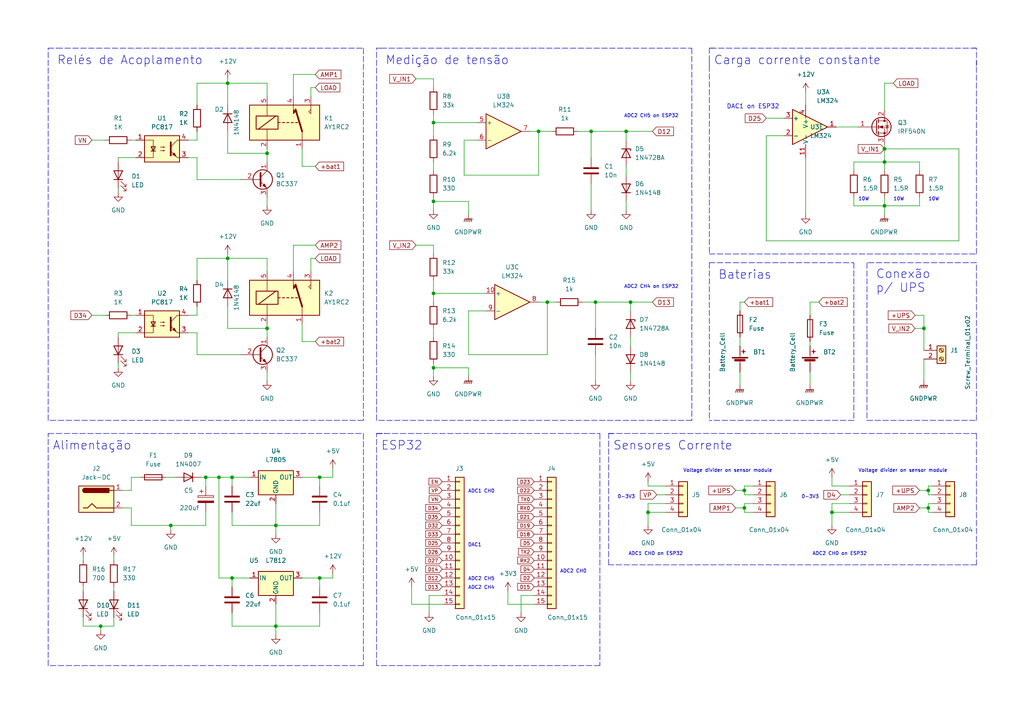
<source format=kicad_sch>
(kicad_sch (version 20211123) (generator eeschema)
  (paper "A4")
  (title_block (title "Battery_Tester") (date "2022-05-26") (rev "01") (company "Author: Leonardo J. R. Baptistella") (comment 1 "Hardware para determinação do  SOC e SOH de bateria chumbo-ácido") (comment 2 "Trabalho de Conclusão de Curso"))
  (junction (at 267.97 95.25))
  (junction (at 49.53 152.4))
  (junction (at 156.21 38.1))
  (junction (at 269.24 142.24))
  (junction (at 215.9 147.32))
  (junction (at 158.75 87.63))
  (junction (at 59.69 138.43))
  (junction (at 181.61 38.1))
  (junction (at 215.9 142.24))
  (junction (at 92.71 138.43))
  (junction (at 187.96 148.59))
  (junction (at 256.54 46.99))
  (junction (at 256.54 43.18))
  (junction (at 269.24 147.32))
  (junction (at 66.04 74.93))
  (junction (at 125.73 85.09))
  (junction (at 256.54 59.69))
  (junction (at 172.72 87.63))
  (junction (at 67.31 167.64))
  (junction (at 125.73 58.42))
  (junction (at 63.5 138.43))
  (junction (at 66.04 24.13))
  (junction (at 241.3 148.59))
  (junction (at 77.47 95.25))
  (junction (at 77.47 44.45))
  (junction (at 125.73 35.56))
  (junction (at 182.88 87.63))
  (junction (at 92.71 167.64))
  (junction (at 80.01 152.4))
  (junction (at 29.21 181.61))
  (junction (at 125.73 106.68))
  (junction (at 67.31 138.43))
  (junction (at 80.01 181.61))
  (junction (at 171.45 38.1))
  (wire (pts (xy 266.7 49.53) (xy 266.7 46.99)))
  (wire (pts (xy 187.96 146.05) (xy 193.04 146.05)))
  (wire (pts (xy 67.31 138.43) (xy 67.31 140.97)))
  (polyline (pts (xy 283.21 163.83) (xy 176.53 163.83)))
  (wire (pts (xy 256.54 46.99) (xy 256.54 49.53)))
  (wire (pts (xy 227.33 39.37) (xy 222.25 39.37)))
  (wire (pts (xy 181.61 48.26) (xy 181.61 50.8)))
  (wire (pts (xy 58.42 138.43) (xy 59.69 138.43)))
  (wire (pts (xy 26.67 40.64) (xy 30.48 40.64)))
  (wire (pts (xy 135.89 102.87) (xy 158.75 102.87)))
  (wire (pts (xy 120.65 71.12) (xy 125.73 71.12)))
  (wire (pts (xy 67.31 138.43) (xy 72.39 138.43)))
  (wire (pts (xy 119.38 170.18) (xy 119.38 175.26)))
  (wire (pts (xy 77.47 57.15) (xy 77.47 59.69)))
  (polyline (pts (xy 109.22 125.73) (xy 173.99 125.73)))
  (wire (pts (xy 66.04 95.25) (xy 77.47 95.25)))
  (wire (pts (xy 187.96 152.4) (xy 187.96 148.59)))
  (wire (pts (xy 125.73 71.12) (xy 125.73 73.66)))
  (wire (pts (xy 96.52 138.43) (xy 92.71 138.43)))
  (polyline (pts (xy 283.21 13.97) (xy 205.74 13.97)))
  (wire (pts (xy 34.29 45.72) (xy 39.37 45.72)))
  (polyline (pts (xy 173.99 193.04) (xy 109.22 193.04)))
  (wire (pts (xy 96.52 166.37) (xy 96.52 167.64)))
  (wire (pts (xy 215.9 140.97) (xy 218.44 140.97)))
  (wire (pts (xy 267.97 95.25) (xy 267.97 101.6)))
  (wire (pts (xy 181.61 58.42) (xy 181.61 60.96)))
  (wire (pts (xy 267.97 91.44) (xy 267.97 95.25)))
  (wire (pts (xy 85.09 78.74) (xy 85.09 71.12)))
  (polyline (pts (xy 109.22 121.92) (xy 109.22 13.97)))
  (wire (pts (xy 92.71 177.8) (xy 92.71 181.61)))
  (wire (pts (xy 24.13 181.61) (xy 29.21 181.61)))
  (wire (pts (xy 125.73 46.99) (xy 125.73 49.53)))
  (wire (pts (xy 156.21 87.63) (xy 158.75 87.63)))
  (wire (pts (xy 222.25 34.29) (xy 227.33 34.29)))
  (wire (pts (xy 267.97 104.14) (xy 267.97 110.49)))
  (wire (pts (xy 90.17 74.93) (xy 91.44 74.93)))
  (wire (pts (xy 215.9 148.59) (xy 215.9 147.32)))
  (wire (pts (xy 247.65 57.15) (xy 247.65 59.69)))
  (polyline (pts (xy 110.49 13.97) (xy 200.66 13.97)))
  (wire (pts (xy 233.68 45.72) (xy 233.68 62.23)))
  (wire (pts (xy 241.3 146.05) (xy 246.38 146.05)))
  (wire (pts (xy 48.26 138.43) (xy 50.8 138.43)))
  (wire (pts (xy 85.09 71.12) (xy 91.44 71.12)))
  (wire (pts (xy 266.7 57.15) (xy 266.7 59.69)))
  (wire (pts (xy 125.73 35.56) (xy 138.43 35.56)))
  (wire (pts (xy 168.91 87.63) (xy 172.72 87.63)))
  (polyline (pts (xy 176.53 125.73) (xy 177.8 125.73)))
  (wire (pts (xy 171.45 38.1) (xy 181.61 38.1)))
  (polyline (pts (xy 13.97 125.73) (xy 105.41 125.73)))
  (wire (pts (xy 67.31 177.8) (xy 67.31 181.61)))
  (wire (pts (xy 77.47 74.93) (xy 66.04 74.93)))
  (polyline (pts (xy 105.41 121.92) (xy 13.97 121.92)))
  (wire (pts (xy 138.43 40.64) (xy 134.62 40.64)))
  (wire (pts (xy 140.97 90.17) (xy 135.89 90.17)))
  (wire (pts (xy 90.17 78.74) (xy 90.17 74.93)))
  (wire (pts (xy 67.31 167.64) (xy 67.31 170.18)))
  (wire (pts (xy 187.96 148.59) (xy 187.96 146.05)))
  (wire (pts (xy 57.15 52.07) (xy 69.85 52.07)))
  (wire (pts (xy 171.45 53.34) (xy 171.45 60.96)))
  (wire (pts (xy 87.63 99.06) (xy 91.44 99.06)))
  (wire (pts (xy 215.9 147.32) (xy 215.9 146.05)))
  (wire (pts (xy 187.96 139.7) (xy 187.96 140.97)))
  (polyline (pts (xy 105.41 193.04) (xy 13.97 193.04)))
  (wire (pts (xy 234.95 91.44) (xy 234.95 87.63)))
  (wire (pts (xy 34.29 96.52) (xy 39.37 96.52)))
  (wire (pts (xy 182.88 87.63) (xy 189.23 87.63)))
  (wire (pts (xy 151.13 172.72) (xy 151.13 177.8)))
  (wire (pts (xy 90.17 25.4) (xy 91.44 25.4)))
  (wire (pts (xy 66.04 88.9) (xy 66.04 95.25)))
  (wire (pts (xy 134.62 50.8) (xy 156.21 50.8)))
  (polyline (pts (xy 205.74 76.2) (xy 247.65 76.2)))
  (polyline (pts (xy 283.21 121.92) (xy 283.21 76.2)))
  (polyline (pts (xy 176.53 163.83) (xy 176.53 125.73)))
  (wire (pts (xy 218.44 148.59) (xy 215.9 148.59)))
  (wire (pts (xy 77.47 43.18) (xy 77.47 44.45)))
  (polyline (pts (xy 283.21 125.73) (xy 283.21 163.83)))
  (wire (pts (xy 80.01 181.61) (xy 92.71 181.61)))
  (polyline (pts (xy 200.66 13.97) (xy 200.66 121.92)))
  (wire (pts (xy 256.54 31.75) (xy 256.54 24.13)))
  (wire (pts (xy 269.24 143.51) (xy 269.24 142.24)))
  (wire (pts (xy 26.67 91.44) (xy 30.48 91.44)))
  (wire (pts (xy 125.73 57.15) (xy 125.73 58.42)))
  (wire (pts (xy 182.88 87.63) (xy 182.88 90.17)))
  (wire (pts (xy 153.67 38.1) (xy 156.21 38.1)))
  (wire (pts (xy 63.5 138.43) (xy 63.5 167.64)))
  (wire (pts (xy 77.47 24.13) (xy 66.04 24.13)))
  (wire (pts (xy 66.04 38.1) (xy 66.04 44.45)))
  (wire (pts (xy 269.24 140.97) (xy 270.51 140.97)))
  (polyline (pts (xy 283.21 76.2) (xy 251.46 76.2)))
  (wire (pts (xy 96.52 135.89) (xy 96.52 138.43)))
  (wire (pts (xy 80.01 152.4) (xy 92.71 152.4)))
  (wire (pts (xy 57.15 38.1) (xy 57.15 40.64)))
  (wire (pts (xy 49.53 152.4) (xy 59.69 152.4)))
  (polyline (pts (xy 205.74 17.78) (xy 205.74 19.05)))
  (wire (pts (xy 77.47 44.45) (xy 77.47 46.99)))
  (wire (pts (xy 87.63 93.98) (xy 87.63 99.06)))
  (wire (pts (xy 256.54 43.18) (xy 256.54 41.91)))
  (wire (pts (xy 158.75 87.63) (xy 161.29 87.63)))
  (wire (pts (xy 49.53 152.4) (xy 49.53 153.67)))
  (wire (pts (xy 34.29 105.41) (xy 34.29 106.68)))
  (wire (pts (xy 167.64 38.1) (xy 171.45 38.1)))
  (polyline (pts (xy 105.41 125.73) (xy 105.41 193.04)))
  (wire (pts (xy 85.09 27.94) (xy 85.09 21.59)))
  (wire (pts (xy 135.89 109.22) (xy 135.89 106.68)))
  (wire (pts (xy 67.31 152.4) (xy 80.01 152.4)))
  (wire (pts (xy 34.29 54.61) (xy 34.29 55.88)))
  (wire (pts (xy 125.73 105.41) (xy 125.73 106.68)))
  (wire (pts (xy 125.73 35.56) (xy 125.73 39.37)))
  (wire (pts (xy 66.04 74.93) (xy 66.04 81.28)))
  (polyline (pts (xy 283.21 13.97) (xy 281.94 13.97)))
  (wire (pts (xy 125.73 95.25) (xy 125.73 97.79)))
  (wire (pts (xy 92.71 167.64) (xy 96.52 167.64)))
  (wire (pts (xy 213.36 142.24) (xy 215.9 142.24)))
  (wire (pts (xy 270.51 148.59) (xy 269.24 148.59)))
  (wire (pts (xy 57.15 30.48) (xy 57.15 24.13)))
  (wire (pts (xy 87.63 48.26) (xy 87.63 43.18)))
  (polyline (pts (xy 109.22 125.73) (xy 111.76 125.73)))
  (wire (pts (xy 35.56 142.24) (xy 38.1 142.24)))
  (wire (pts (xy 181.61 38.1) (xy 181.61 40.64)))
  (wire (pts (xy 214.63 97.79) (xy 214.63 100.33)))
  (wire (pts (xy 57.15 74.93) (xy 66.04 74.93)))
  (polyline (pts (xy 251.46 76.2) (xy 251.46 121.92)))
  (polyline (pts (xy 247.65 76.2) (xy 247.65 121.92)))
  (wire (pts (xy 87.63 138.43) (xy 92.71 138.43)))
  (wire (pts (xy 147.32 175.26) (xy 154.94 175.26)))
  (wire (pts (xy 80.01 152.4) (xy 80.01 154.94)))
  (wire (pts (xy 91.44 48.26) (xy 87.63 48.26)))
  (wire (pts (xy 33.02 161.29) (xy 33.02 162.56)))
  (wire (pts (xy 120.65 22.86) (xy 125.73 22.86)))
  (wire (pts (xy 80.01 181.61) (xy 80.01 184.15)))
  (wire (pts (xy 124.46 172.72) (xy 128.27 172.72)))
  (wire (pts (xy 38.1 40.64) (xy 39.37 40.64)))
  (wire (pts (xy 215.9 142.24) (xy 215.9 140.97)))
  (wire (pts (xy 156.21 50.8) (xy 156.21 38.1)))
  (polyline (pts (xy 16.51 13.97) (xy 105.41 13.97)))
  (polyline (pts (xy 247.65 121.92) (xy 205.74 121.92)))
  (wire (pts (xy 57.15 81.28) (xy 57.15 74.93)))
  (wire (pts (xy 57.15 102.87) (xy 69.85 102.87)))
  (polyline (pts (xy 173.99 125.73) (xy 173.99 193.04)))
  (wire (pts (xy 77.47 95.25) (xy 77.47 97.79)))
  (wire (pts (xy 33.02 170.18) (xy 33.02 171.45)))
  (wire (pts (xy 63.5 167.64) (xy 67.31 167.64)))
  (polyline (pts (xy 205.74 73.66) (xy 283.21 73.66)))
  (polyline (pts (xy 283.21 73.66) (xy 283.21 17.78)))
  (wire (pts (xy 57.15 88.9) (xy 57.15 91.44)))
  (polyline (pts (xy 205.74 17.78) (xy 205.74 13.97)))
  (wire (pts (xy 125.73 22.86) (xy 125.73 25.4)))
  (wire (pts (xy 256.54 43.18) (xy 256.54 46.99)))
  (wire (pts (xy 266.7 59.69) (xy 256.54 59.69)))
  (wire (pts (xy 156.21 38.1) (xy 160.02 38.1)))
  (wire (pts (xy 278.13 43.18) (xy 256.54 43.18)))
  (wire (pts (xy 171.45 38.1) (xy 171.45 45.72)))
  (wire (pts (xy 33.02 179.07) (xy 33.02 181.61)))
  (wire (pts (xy 38.1 152.4) (xy 49.53 152.4)))
  (wire (pts (xy 218.44 143.51) (xy 215.9 143.51)))
  (wire (pts (xy 125.73 106.68) (xy 125.73 109.22)))
  (wire (pts (xy 66.04 22.86) (xy 66.04 24.13)))
  (wire (pts (xy 125.73 58.42) (xy 135.89 58.42)))
  (wire (pts (xy 214.63 87.63) (xy 215.9 87.63)))
  (polyline (pts (xy 283.21 19.05) (xy 283.21 13.97)))
  (wire (pts (xy 34.29 97.79) (xy 34.29 96.52)))
  (wire (pts (xy 92.71 152.4) (xy 92.71 148.59)))
  (wire (pts (xy 124.46 172.72) (xy 124.46 177.8)))
  (wire (pts (xy 187.96 140.97) (xy 193.04 140.97)))
  (polyline (pts (xy 205.74 19.05) (xy 205.74 73.66)))
  (wire (pts (xy 215.9 146.05) (xy 218.44 146.05)))
  (wire (pts (xy 270.51 143.51) (xy 269.24 143.51)))
  (wire (pts (xy 214.63 107.95) (xy 214.63 111.76)))
  (wire (pts (xy 125.73 81.28) (xy 125.73 85.09)))
  (wire (pts (xy 241.3 152.4) (xy 241.3 148.59)))
  (wire (pts (xy 66.04 73.66) (xy 66.04 74.93)))
  (wire (pts (xy 125.73 85.09) (xy 125.73 87.63)))
  (wire (pts (xy 269.24 148.59) (xy 269.24 147.32)))
  (wire (pts (xy 265.43 91.44) (xy 267.97 91.44)))
  (polyline (pts (xy 205.74 13.97) (xy 207.01 13.97)))
  (polyline (pts (xy 109.22 13.97) (xy 110.49 13.97)))
  (wire (pts (xy 134.62 40.64) (xy 134.62 50.8)))
  (wire (pts (xy 234.95 99.06) (xy 234.95 100.33)))
  (polyline (pts (xy 105.41 13.97) (xy 105.41 121.92)))
  (wire (pts (xy 222.25 69.85) (xy 278.13 69.85)))
  (wire (pts (xy 67.31 167.64) (xy 72.39 167.64)))
  (wire (pts (xy 87.63 167.64) (xy 92.71 167.64)))
  (wire (pts (xy 80.01 146.05) (xy 80.01 152.4)))
  (wire (pts (xy 85.09 21.59) (xy 91.44 21.59)))
  (wire (pts (xy 247.65 49.53) (xy 247.65 46.99)))
  (wire (pts (xy 135.89 90.17) (xy 135.89 102.87)))
  (polyline (pts (xy 205.74 76.2) (xy 205.74 121.92)))
  (wire (pts (xy 278.13 69.85) (xy 278.13 43.18)))
  (wire (pts (xy 182.88 107.95) (xy 182.88 110.49)))
  (wire (pts (xy 77.47 78.74) (xy 77.47 74.93)))
  (wire (pts (xy 57.15 45.72) (xy 57.15 52.07)))
  (wire (pts (xy 158.75 87.63) (xy 158.75 102.87)))
  (wire (pts (xy 242.57 36.83) (xy 248.92 36.83)))
  (wire (pts (xy 269.24 146.05) (xy 270.51 146.05)))
  (wire (pts (xy 266.7 142.24) (xy 269.24 142.24)))
  (wire (pts (xy 241.3 148.59) (xy 241.3 146.05)))
  (wire (pts (xy 190.5 143.51) (xy 193.04 143.51)))
  (wire (pts (xy 67.31 181.61) (xy 80.01 181.61)))
  (wire (pts (xy 67.31 148.59) (xy 67.31 152.4)))
  (wire (pts (xy 181.61 38.1) (xy 189.23 38.1)))
  (polyline (pts (xy 13.97 121.92) (xy 13.97 13.97)))
  (wire (pts (xy 135.89 106.68) (xy 125.73 106.68)))
  (wire (pts (xy 187.96 148.59) (xy 193.04 148.59)))
  (wire (pts (xy 172.72 102.87) (xy 172.72 110.49)))
  (wire (pts (xy 66.04 44.45) (xy 77.47 44.45)))
  (wire (pts (xy 182.88 97.79) (xy 182.88 100.33)))
  (wire (pts (xy 266.7 147.32) (xy 269.24 147.32)))
  (wire (pts (xy 172.72 87.63) (xy 182.88 87.63)))
  (wire (pts (xy 57.15 24.13) (xy 66.04 24.13)))
  (wire (pts (xy 213.36 147.32) (xy 215.9 147.32)))
  (wire (pts (xy 119.38 175.26) (xy 128.27 175.26)))
  (wire (pts (xy 234.95 107.95) (xy 234.95 111.76)))
  (wire (pts (xy 59.69 138.43) (xy 63.5 138.43)))
  (wire (pts (xy 247.65 59.69) (xy 256.54 59.69)))
  (wire (pts (xy 256.54 59.69) (xy 256.54 62.23)))
  (wire (pts (xy 54.61 45.72) (xy 57.15 45.72)))
  (wire (pts (xy 24.13 179.07) (xy 24.13 181.61)))
  (wire (pts (xy 77.47 27.94) (xy 77.47 24.13)))
  (wire (pts (xy 80.01 181.61) (xy 80.01 175.26)))
  (wire (pts (xy 172.72 87.63) (xy 172.72 95.25)))
  (wire (pts (xy 241.3 140.97) (xy 246.38 140.97)))
  (wire (pts (xy 34.29 46.99) (xy 34.29 45.72)))
  (polyline (pts (xy 13.97 193.04) (xy 13.97 125.73)))
  (wire (pts (xy 35.56 147.32) (xy 38.1 147.32)))
  (wire (pts (xy 256.54 57.15) (xy 256.54 59.69)))
  (wire (pts (xy 90.17 27.94) (xy 90.17 25.4)))
  (wire (pts (xy 77.47 107.95) (xy 77.47 110.49)))
  (wire (pts (xy 38.1 147.32) (xy 38.1 152.4)))
  (wire (pts (xy 125.73 85.09) (xy 140.97 85.09)))
  (wire (pts (xy 151.13 172.72) (xy 154.94 172.72)))
  (wire (pts (xy 54.61 40.64) (xy 57.15 40.64)))
  (wire (pts (xy 54.61 91.44) (xy 57.15 91.44)))
  (wire (pts (xy 33.02 181.61) (xy 29.21 181.61)))
  (wire (pts (xy 63.5 138.43) (xy 67.31 138.43)))
  (wire (pts (xy 222.25 39.37) (xy 222.25 69.85)))
  (wire (pts (xy 135.89 62.23) (xy 135.89 58.42)))
  (wire (pts (xy 269.24 147.32) (xy 269.24 146.05)))
  (wire (pts (xy 147.32 171.45) (xy 147.32 175.26)))
  (wire (pts (xy 38.1 91.44) (xy 39.37 91.44)))
  (wire (pts (xy 125.73 58.42) (xy 125.73 60.96)))
  (polyline (pts (xy 200.66 121.92) (xy 109.22 121.92)))
  (wire (pts (xy 215.9 143.51) (xy 215.9 142.24)))
  (wire (pts (xy 256.54 24.13) (xy 259.08 24.13)))
  (wire (pts (xy 214.63 90.17) (xy 214.63 87.63)))
  (wire (pts (xy 29.21 181.61) (xy 29.21 182.88)))
  (wire (pts (xy 241.3 148.59) (xy 246.38 148.59)))
  (wire (pts (xy 269.24 142.24) (xy 269.24 140.97)))
  (wire (pts (xy 54.61 96.52) (xy 57.15 96.52)))
  (wire (pts (xy 247.65 46.99) (xy 256.54 46.99)))
  (wire (pts (xy 256.54 46.99) (xy 266.7 46.99)))
  (wire (pts (xy 92.71 138.43) (xy 92.71 140.97)))
  (wire (pts (xy 233.68 26.67) (xy 233.68 30.48)))
  (wire (pts (xy 57.15 96.52) (xy 57.15 102.87)))
  (wire (pts (xy 125.73 33.02) (xy 125.73 35.56)))
  (polyline (pts (xy 176.53 125.73) (xy 283.21 125.73)))
  (wire (pts (xy 38.1 138.43) (xy 40.64 138.43)))
  (polyline (pts (xy 13.97 13.97) (xy 16.51 13.97)))
  (wire (pts (xy 38.1 142.24) (xy 38.1 138.43)))
  (wire (pts (xy 59.69 148.59) (xy 59.69 152.4)))
  (wire (pts (xy 265.43 95.25) (xy 267.97 95.25)))
  (wire (pts (xy 243.84 143.51) (xy 246.38 143.51)))
  (wire (pts (xy 24.13 170.18) (xy 24.13 171.45)))
  (wire (pts (xy 92.71 170.18) (xy 92.71 167.64)))
  (wire (pts (xy 241.3 138.43) (xy 241.3 140.97)))
  (polyline (pts (xy 251.46 121.92) (xy 283.21 121.92)))
  (wire (pts (xy 66.04 24.13) (xy 66.04 30.48)))
  (wire (pts (xy 77.47 93.98) (xy 77.47 95.25)))
  (wire (pts (xy 24.13 161.29) (xy 24.13 162.56)))
  (wire (pts (xy 59.69 138.43) (xy 59.69 140.97)))
  (wire (pts (xy 234.95 87.63) (xy 237.49 87.63)))
  (polyline (pts (xy 109.22 193.04) (xy 109.22 125.73)))
  (text "Carga corrente constante" (at 207.01 19.05 0) (effects (font (size 2.5 2.5)) (justify left bottom)))
  (text "Voltage divider on sensor module" (at 248.92 137.16 0) (effects (font (size 1 1)) (justify left bottom)))
  (text "Alimentação" (at 15.24 130.81 0) (effects (font (size 2.5 2.5)) (justify left bottom)))
  (text "ADC2 CH5 on ESP32\n" (at 196.85 34.29 180) (effects (font (size 1 1)) (justify right bottom)))
  (text "Medição de tensão\n" (at 111.76 19.05 0) (effects (font (size 2.5 2.5)) (justify left bottom)))
  (text "ADC2 CH0\n" (at 170.18 166.37 180) (effects (font (size 1 1)) (justify right bottom)))
  (text "ADC1 CH0 on ESP32\n" (at 198.12 161.29 180) (effects (font (size 1 1)) (justify right bottom)))
  (text "Baterias" (at 208.28 81.28 0) (effects (font (size 2.5 2.5)) (justify left bottom)))
  (text "Sensores Corrente\n" (at 177.8 130.81 0) (effects (font (size 2.5 2.5)) (justify left bottom)))
  (text "Voltage divider on sensor module" (at 198.12 137.16 0) (effects (font (size 1 1)) (justify left bottom)))
  (text "10W\n" (at 248.92 58.42 0) (effects (font (size 1 1)) (justify left bottom)))
  (text "DAC1 on ESP32\n" (at 226.06 31.75 180) (effects (font (size 1.27 1.27)) (justify right bottom)))
  (text "ADC1 CH0\n\n" (at 143.51 144.78 180) (effects (font (size 1 1)) (justify right bottom)))
  (text "ESP32\n" (at 110.49 130.81 0) (effects (font (size 2.5 2.5)) (justify left bottom)))
  (text "ADC2 CH4\n\n" (at 143.51 172.72 180) (effects (font (size 1 1)) (justify right bottom)))
  (text "Conexão\np/ UPS" (at 254 85.09 0) (effects (font (size 2.5 2.5)) (justify left bottom)))
  (text "10W\n" (at 259.08 58.42 0) (effects (font (size 1 1)) (justify left bottom)))
  (text "10W\n" (at 269.24 58.42 0) (effects (font (size 1 1)) (justify left bottom)))
  (text "Relés de Acoplamento\n" (at 16.51 19.05 0) (effects (font (size 2.5 2.5)) (justify left bottom)))
  (text "0-3V3" (at 179.07 144.78 0) (effects (font (size 1 1)) (justify left bottom)))
  (text "ADC2 CH4 on ESP32\n" (at 196.85 83.82 180) (effects (font (size 1 1)) (justify right bottom)))
  (text "0-3V3" (at 232.41 144.78 0) (effects (font (size 1 1)) (justify left bottom)))
  (text "ADC2 CH0 on ESP32\n" (at 251.46 161.29 180) (effects (font (size 1 1)) (justify right bottom)))
  (text "DAC1\n" (at 139.7 158.75 180) (effects (font (size 1 1)) (justify right bottom)))
  (text "ADC2 CH5\n\n" (at 143.51 170.18 180) (effects (font (size 1 1)) (justify right bottom)))
  (global_label "D27" (shape input) (at 128.27 162.56 180) (effects (font (size 1 1))) (property "Intersheet References" "${INTERSHEET_REFS}" (effects hide)))
  (global_label "D22" (shape input) (at 154.94 142.24 180) (effects (font (size 1 1))) (property "Intersheet References" "${INTERSHEET_REFS}" (effects hide)))
  (global_label "RX2" (shape input) (at 154.94 162.56 180) (effects (font (size 1 1))) (property "Intersheet References" "${INTERSHEET_REFS}" (effects hide)))
  (global_label "D25" (shape input) (at 222.25 34.29 180) (property "Intersheet References" "${INTERSHEET_REFS}" (effects hide)))
  (global_label "VP" (shape input) (at 190.5 143.51 180) (property "Intersheet References" "${INTERSHEET_REFS}" (effects hide)))
  (global_label "LOAD" (shape input) (at 91.44 25.4 0) (property "Intersheet References" "${INTERSHEET_REFS}" (effects hide)))
  (global_label "LOAD" (shape input) (at 91.44 74.93 0) (property "Intersheet References" "${INTERSHEET_REFS}" (effects hide)))
  (global_label "D19" (shape input) (at 154.94 152.4 180) (effects (font (size 1 1))) (property "Intersheet References" "${INTERSHEET_REFS}" (effects hide)))
  (global_label "V_IN2" (shape input) (at 120.65 71.12 180) (property "Intersheet References" "${INTERSHEET_REFS}" (effects hide)))
  (global_label "D14" (shape input) (at 128.27 165.1 180) (effects (font (size 1 1))) (property "Intersheet References" "${INTERSHEET_REFS}" (effects hide)))
  (global_label "D18" (shape input) (at 154.94 154.94 180) (effects (font (size 1 1))) (property "Intersheet References" "${INTERSHEET_REFS}" (effects hide)))
  (global_label "D33" (shape input) (at 128.27 154.94 180) (effects (font (size 1 1))) (property "Intersheet References" "${INTERSHEET_REFS}" (effects hide)))
  (global_label "D34" (shape input) (at 26.67 91.44 180) (property "Intersheet References" "${INTERSHEET_REFS}" (effects hide)))
  (global_label "VN" (shape input) (at 26.67 40.64 180) (property "Intersheet References" "${INTERSHEET_REFS}" (effects hide)))
  (global_label "V_IN1" (shape input) (at 120.65 22.86 180) (property "Intersheet References" "${INTERSHEET_REFS}" (effects hide)))
  (global_label "D4" (shape input) (at 154.94 165.1 180) (effects (font (size 1 1))) (property "Intersheet References" "${INTERSHEET_REFS}" (effects hide)))
  (global_label "AMP1" (shape input) (at 91.44 21.59 0) (property "Intersheet References" "${INTERSHEET_REFS}" (effects hide)))
  (global_label "+UPS" (shape input) (at 213.36 142.24 180) (property "Intersheet References" "${INTERSHEET_REFS}" (effects hide)))
  (global_label "+UPS" (shape input) (at 266.7 142.24 180) (property "Intersheet References" "${INTERSHEET_REFS}" (effects hide)))
  (global_label "D13" (shape input) (at 128.27 170.18 180) (effects (font (size 1 1))) (property "Intersheet References" "${INTERSHEET_REFS}" (effects hide)))
  (global_label "V_IN2" (shape input) (at 265.43 95.25 180) (property "Intersheet References" "${INTERSHEET_REFS}" (effects hide)))
  (global_label "VP" (shape input) (at 128.27 142.24 180) (effects (font (size 1 1))) (property "Intersheet References" "${INTERSHEET_REFS}" (effects hide)))
  (global_label "RX0" (shape input) (at 154.94 147.32 180) (effects (font (size 1 1))) (property "Intersheet References" "${INTERSHEET_REFS}" (effects hide)))
  (global_label "AMP1" (shape input) (at 213.36 147.32 180) (property "Intersheet References" "${INTERSHEET_REFS}" (effects hide)))
  (global_label "D13" (shape input) (at 189.23 87.63 0) (property "Intersheet References" "${INTERSHEET_REFS}" (effects hide)))
  (global_label "D12" (shape input) (at 189.23 38.1 0) (property "Intersheet References" "${INTERSHEET_REFS}" (effects hide)))
  (global_label "D23" (shape input) (at 154.94 139.7 180) (effects (font (size 1 1))) (property "Intersheet References" "${INTERSHEET_REFS}" (effects hide)))
  (global_label "V_IN1" (shape input) (at 256.54 43.18 180) (property "Intersheet References" "${INTERSHEET_REFS}" (effects hide)))
  (global_label "TX2" (shape input) (at 154.94 160.02 180) (effects (font (size 1 1))) (property "Intersheet References" "${INTERSHEET_REFS}" (effects hide)))
  (global_label "LOAD" (shape input) (at 259.08 24.13 0) (property "Intersheet References" "${INTERSHEET_REFS}" (effects hide)))
  (global_label "+bat2" (shape input) (at 237.49 87.63 0) (property "Intersheet References" "${INTERSHEET_REFS}" (effects hide)))
  (global_label "D32" (shape input) (at 128.27 152.4 180) (effects (font (size 1 1))) (property "Intersheet References" "${INTERSHEET_REFS}" (effects hide)))
  (global_label "D25" (shape input) (at 128.27 157.48 180) (effects (font (size 1 1))) (property "Intersheet References" "${INTERSHEET_REFS}" (effects hide)))
  (global_label "D15" (shape input) (at 154.94 170.18 180) (effects (font (size 1 1))) (property "Intersheet References" "${INTERSHEET_REFS}" (effects hide)))
  (global_label "D21" (shape input) (at 154.94 149.86 180) (effects (font (size 1 1))) (property "Intersheet References" "${INTERSHEET_REFS}" (effects hide)))
  (global_label "+bat1" (shape input) (at 91.44 48.26 0) (property "Intersheet References" "${INTERSHEET_REFS}" (effects hide)))
  (global_label "+bat2" (shape input) (at 91.44 99.06 0) (property "Intersheet References" "${INTERSHEET_REFS}" (effects hide)))
  (global_label "D4" (shape input) (at 243.84 143.51 180) (property "Intersheet References" "${INTERSHEET_REFS}" (effects hide)))
  (global_label "VN" (shape input) (at 128.27 144.78 180) (effects (font (size 1 1))) (property "Intersheet References" "${INTERSHEET_REFS}" (effects hide)))
  (global_label "D34" (shape input) (at 128.27 147.32 180) (effects (font (size 1 1))) (property "Intersheet References" "${INTERSHEET_REFS}" (effects hide)))
  (global_label "D12" (shape input) (at 128.27 167.64 180) (effects (font (size 1 1))) (property "Intersheet References" "${INTERSHEET_REFS}" (effects hide)))
  (global_label "D2" (shape input) (at 154.94 167.64 180) (effects (font (size 1 1))) (property "Intersheet References" "${INTERSHEET_REFS}" (effects hide)))
  (global_label "D26" (shape input) (at 128.27 160.02 180) (effects (font (size 1 1))) (property "Intersheet References" "${INTERSHEET_REFS}" (effects hide)))
  (global_label "D5" (shape input) (at 154.94 157.48 180) (effects (font (size 1 1))) (property "Intersheet References" "${INTERSHEET_REFS}" (effects hide)))
  (global_label "AMP2" (shape input) (at 266.7 147.32 180) (property "Intersheet References" "${INTERSHEET_REFS}" (effects hide)))
  (global_label "D35" (shape input) (at 128.27 149.86 180) (effects (font (size 1 1))) (property "Intersheet References" "${INTERSHEET_REFS}" (effects hide)))
  (global_label "+UPS" (shape input) (at 265.43 91.44 180) (property "Intersheet References" "${INTERSHEET_REFS}" (effects hide)))
  (global_label "AMP2" (shape input) (at 91.44 71.12 0) (property "Intersheet References" "${INTERSHEET_REFS}" (effects hide)))
  (global_label "TX0" (shape input) (at 154.94 144.78 180) (effects (font (size 1 1))) (property "Intersheet References" "${INTERSHEET_REFS}" (effects hide)))
  (global_label "EN" (shape input) (at 128.27 139.7 180) (effects (font (size 1 1))) (property "Intersheet References" "${INTERSHEET_REFS}" (effects hide)))
  (global_label "+bat1" (shape input) (at 215.9 87.63 0) (property "Intersheet References" "${INTERSHEET_REFS}" (effects hide)))
  (symbol (lib_id "Device:C") (at 67.31 144.78 0) (unit 1)
    (property "Reference" "C3" (at 71.12 143.5099 0) (effects (justify left)))
    (property "Value" "22uf" (at 71.12 146.0499 0) (effects (justify left)))
    (property "Footprint" "Capacitor_THT:C_Disc_D4.3mm_W1.9mm_P5.00mm" (effects hide))
  )
  (symbol (lib_id "Diode:1N47xxA") (at 182.88 93.98 270) (unit 1)
    (property "Reference" "D7" (at 185.42 92.7099 90) (effects (justify left)))
    (property "Value" "1N4728A" (at 185.42 95.2499 90) (effects (justify left)))
    (property "Footprint" "Diode_THT:D_DO-41_SOD81_P10.16mm_Horizontal" (effects hide))
    (property "Datasheet" "https://www.vishay.com/docs/85816/1n4728a.pdf" (effects hide))
  )
  (symbol (lib_id "Isolator:PC817") (at 46.99 93.98 0) (unit 1)
    (property "Reference" "U2" (at 46.99 85.09 0))
    (property "Value" "PC817" (at 46.99 87.63 0))
    (property "Footprint" "Package_DIP:DIP-4_W7.62mm" (effects hide))
    (property "Datasheet" "http://www.soselectronic.cz/a_info/resource/d/pc817.pdf" (effects hide))
  )
  (symbol (lib_id "Transistor_FET:IRF540N") (at 254 36.83 0) (unit 1)
    (property "Reference" "Q3" (at 260.35 35.5599 0) (effects (justify left)))
    (property "Value" "IRF540N" (at 260.35 38.0999 0) (effects (justify left)))
    (property "Footprint" "Package_TO_SOT_THT:TO-220-3_Vertical" (effects hide))
    (property "Datasheet" "http://www.irf.com/product-info/datasheets/data/irf540n.pdf" (effects hide))
  )
  (symbol (lib_id "Connector_Generic:Conn_01x15") (at 133.35 157.48 0) (unit 1)
    (property "Reference" "J3" (at 132.08 135.89 0) (effects (justify left)))
    (property "Value" "Conn_01x15" (at 132.08 179.07 0) (effects (justify left)))
    (property "Footprint" "Connector_PinHeader_2.54mm:PinHeader_1x15_P2.54mm_Vertical" (effects hide))
  )
  (symbol (lib_id "Device:R") (at 34.29 91.44 90) (unit 1)
    (property "Reference" "R3" (at 34.29 85.09 90))
    (property "Value" "1K" (at 34.29 87.63 90))
    (property "Footprint" "Resistor_THT:R_Axial_DIN0207_L6.3mm_D2.5mm_P7.62mm_Horizontal" (effects hide))
  )
  (symbol (lib_id "power:GNDPWR") (at 135.89 62.23 0) (unit 1)
    (property "Reference" "#PWR0113" (effects hide))
    (property "Value" "GNDPWR" (at 135.763 67.31 0))
  )
  (symbol (lib_id "Transistor_BJT:BC337") (at 74.93 52.07 0) (unit 1)
    (property "Reference" "Q1" (at 80.01 50.7999 0) (effects (justify left)))
    (property "Value" "BC337" (at 80.01 53.3399 0) (effects (justify left)))
    (property "Footprint" "Package_TO_SOT_THT:TO-92_Inline" (effects hide))
    (property "Datasheet" "https://diotec.com/tl_files/diotec/files/pdf/datasheets/bc337.pdf" (effects hide))
  )
  (symbol (lib_id "Connector_Generic:Conn_01x04") (at 223.52 143.51 0) (unit 1)
    (property "Reference" "J6" (at 226.06 143.5099 0) (effects (justify left)))
    (property "Value" "Conn_01x04" (at 217.17 153.67 0) (effects (justify left)))
    (property "Footprint" "Connector_PinHeader_2.54mm:PinHeader_1x04_P2.54mm_Vertical" (effects hide))
  )
  (symbol (lib_id "power:GND") (at 233.68 62.23 0) (unit 1)
    (property "Reference" "#PWR0103" (effects hide))
    (property "Value" "GND" (at 233.68 67.31 0))
  )
  (symbol (lib_id "Device:C") (at 92.71 144.78 0) (unit 1)
    (property "Reference" "C4" (at 96.52 143.5099 0) (effects (justify left)))
    (property "Value" "0.1uf" (at 96.52 146.0499 0) (effects (justify left)))
    (property "Footprint" "Capacitor_THT:C_Disc_D4.3mm_W1.9mm_P5.00mm" (effects hide))
  )
  (symbol (lib_id "Device:Fuse") (at 214.63 93.98 0) (unit 1)
    (property "Reference" "F2" (at 217.17 92.7099 0) (effects (justify left)))
    (property "Value" "Fuse" (at 217.17 95.2499 0) (effects (justify left)))
    (property "Footprint" "Fuse:Fuseholder_Cylinder-5x20mm_Stelvio-Kontek_PTF78_Horizontal_Open" (effects hide))
  )
  (symbol (lib_id "Device:C") (at 67.31 173.99 0) (unit 1)
    (property "Reference" "C6" (at 71.12 172.7199 0) (effects (justify left)))
    (property "Value" "22uf" (at 71.12 175.2599 0) (effects (justify left)))
    (property "Footprint" "Capacitor_THT:C_Disc_D4.3mm_W1.9mm_P5.00mm" (effects hide))
  )
  (symbol (lib_id "power:+12V") (at 66.04 22.86 0) (unit 1)
    (property "Reference" "#PWR0101" (effects hide))
    (property "Value" "+12V" (at 66.04 17.78 0))
  )
  (symbol (lib_id "Diode:1N4007") (at 54.61 138.43 180) (unit 1)
    (property "Reference" "D9" (at 54.61 132.08 0))
    (property "Value" "1N4007" (at 54.61 134.62 0))
    (property "Footprint" "Diode_THT:D_DO-41_SOD81_P10.16mm_Horizontal" (effects hide))
    (property "Datasheet" "http://www.vishay.com/docs/88503/1n4001.pdf" (effects hide))
  )
  (symbol (lib_id "power:GND") (at 181.61 60.96 0) (unit 1)
    (property "Reference" "#PWR08" (effects hide))
    (property "Value" "GND" (at 181.61 66.04 0))
  )
  (symbol (lib_id "Device:R") (at 125.73 29.21 0) (unit 1)
    (property "Reference" "R8" (at 128.27 27.9399 0) (effects (justify left)))
    (property "Value" "33k" (at 128.27 30.4799 0) (effects (justify left)))
    (property "Footprint" "Resistor_THT:R_Axial_DIN0207_L6.3mm_D2.5mm_P7.62mm_Horizontal" (effects hide))
  )
  (symbol (lib_id "power:GND") (at 151.13 177.8 0) (unit 1)
    (property "Reference" "#PWR0108" (effects hide))
    (property "Value" "GND" (at 151.13 182.88 0))
  )
  (symbol (lib_id "Connector:Screw_Terminal_01x02") (at 273.05 101.6 0) (unit 1)
    (property "Reference" "J1" (at 275.59 101.5999 0) (effects (justify left)))
    (property "Value" "Screw_Terminal_01x02" (at 280.67 113.03 90) (effects (justify left)))
    (property "Footprint" "TerminalBlock:TerminalBlock_Altech_AK300-2_P5.00mm" (effects hide))
  )
  (symbol (lib_id "Device:R") (at 125.73 101.6 0) (unit 1)
    (property "Reference" "R14" (at 128.27 100.3299 0) (effects (justify left)))
    (property "Value" "330" (at 128.27 102.8699 0) (effects (justify left)))
    (property "Footprint" "Resistor_THT:R_Axial_DIN0207_L6.3mm_D2.5mm_P7.62mm_Horizontal" (effects hide))
  )
  (symbol (lib_id "power:GND") (at 187.96 152.4 0) (unit 1)
    (property "Reference" "#PWR023" (effects hide))
    (property "Value" "GND" (at 187.96 157.48 0))
  )
  (symbol (lib_id "power:GND") (at 124.46 177.8 0) (unit 1)
    (property "Reference" "#PWR0105" (effects hide))
    (property "Value" "GND" (at 124.46 182.88 0))
  )
  (symbol (lib_id "power:+5V") (at 187.96 139.7 0) (unit 1)
    (property "Reference" "#PWR022" (effects hide))
    (property "Value" "+5V" (at 187.96 134.62 0))
  )
  (symbol (lib_id "Device:R") (at 163.83 38.1 90) (unit 1)
    (property "Reference" "R11" (at 163.83 31.75 90))
    (property "Value" "1k" (at 163.83 34.29 90))
    (property "Footprint" "Resistor_THT:R_Axial_DIN0207_L6.3mm_D2.5mm_P7.62mm_Horizontal" (effects hide))
  )
  (symbol (lib_id "power:GND") (at 80.01 154.94 0) (unit 1)
    (property "Reference" "#PWR012" (effects hide))
    (property "Value" "GND" (at 80.01 160.02 0))
  )
  (symbol (lib_id "Relay:SANYOU_SRD_Form_C") (at 82.55 86.36 0) (unit 1)
    (property "Reference" "K2" (at 93.98 85.0899 0) (effects (justify left)))
    (property "Value" "AY1RC2" (at 93.98 87.6299 0) (effects (justify left)))
    (property "Footprint" "Relay_THT:Relay_SPDT_SANYOU_SRD_Series_Form_C" (effects hide))
    (property "Datasheet" "http://www.sanyourelay.ca/public/products/pdf/SRD.pdf" (effects hide))
  )
  (symbol (lib_id "Diode:1N47xxA") (at 181.61 44.45 270) (unit 1)
    (property "Reference" "D5" (at 184.15 43.1799 90) (effects (justify left)))
    (property "Value" "1N4728A" (at 184.15 45.7199 90) (effects (justify left)))
    (property "Footprint" "Diode_THT:D_DO-41_SOD81_P10.16mm_Horizontal" (effects hide))
    (property "Datasheet" "https://www.vishay.com/docs/85816/1n4728a.pdf" (effects hide))
  )
  (symbol (lib_id "Device:R") (at 125.73 43.18 0) (unit 1)
    (property "Reference" "R9" (at 128.27 41.9099 0) (effects (justify left)))
    (property "Value" "6.2k" (at 128.27 44.4499 0) (effects (justify left)))
    (property "Footprint" "Resistor_THT:R_Axial_DIN0207_L6.3mm_D2.5mm_P7.62mm_Horizontal" (effects hide))
  )
  (symbol (lib_id "power:GND") (at 34.29 55.88 0) (unit 1)
    (property "Reference" "#PWR01" (effects hide))
    (property "Value" "GND" (at 34.29 60.96 0))
  )
  (symbol (lib_id "Device:C_Polarized") (at 59.69 144.78 0) (unit 1)
    (property "Reference" "C5" (at 53.34 142.24 0) (effects (justify left)))
    (property "Value" "220uf" (at 52.07 147.32 0) (effects (justify left)))
    (property "Footprint" "Capacitor_THT:CP_Radial_D8.0mm_P3.50mm" (effects hide))
  )
  (symbol (lib_id "power:+5V") (at 119.38 170.18 0) (unit 1)
    (property "Reference" "#PWR0106" (effects hide))
    (property "Value" "+5V" (at 119.38 165.1 0))
  )
  (symbol (lib_id "Device:LED") (at 24.13 175.26 90) (unit 1)
    (property "Reference" "D10" (at 27.94 175.5774 90) (effects (justify right)))
    (property "Value" "LED" (at 27.94 178.1174 90) (effects (justify right)))
    (property "Footprint" "LED_THT:LED_D3.0mm" (effects hide))
  )
  (symbol (lib_id "power:GNDPWR") (at 214.63 111.76 0) (unit 1)
    (property "Reference" "#PWR0112" (effects hide))
    (property "Value" "GNDPWR" (at 214.503 116.84 0))
  )
  (symbol (lib_id "Isolator:PC817") (at 46.99 43.18 0) (unit 1)
    (property "Reference" "U1" (at 46.99 34.29 0))
    (property "Value" "PC817" (at 46.99 36.83 0))
    (property "Footprint" "Package_DIP:DIP-4_W7.62mm" (effects hide))
    (property "Datasheet" "http://www.soselectronic.cz/a_info/resource/d/pc817.pdf" (effects hide))
  )
  (symbol (lib_id "power:GND") (at 34.29 106.68 0) (unit 1)
    (property "Reference" "#PWR03" (effects hide))
    (property "Value" "GND" (at 34.29 111.76 0))
  )
  (symbol (lib_id "Diode:1N4148") (at 66.04 85.09 270) (unit 1)
    (property "Reference" "D4" (at 62.23 82.55 90) (effects (justify left)))
    (property "Value" "1N4148" (at 68.58 82.55 0) (effects (justify left)))
    (property "Footprint" "Diode_THT:D_DO-35_SOD27_P7.62mm_Horizontal" (effects hide))
    (property "Datasheet" "https://assets.nexperia.com/documents/data-sheet/1N4148_1N4448.pdf" (effects hide))
  )
  (symbol (lib_id "Amplifier_Operational:LM324") (at 148.59 87.63 0) (unit 3)
    (property "Reference" "U3" (at 148.59 77.47 0))
    (property "Value" "LM324" (at 148.59 80.01 0))
    (property "Footprint" "Package_DIP:DIP-14_W7.62mm_LongPads" (effects hide))
    (property "Datasheet" "http://www.ti.com/lit/ds/symlink/lm2902-n.pdf" (effects hide))
  )
  (symbol (lib_id "Transistor_BJT:BC337") (at 74.93 102.87 0) (unit 1)
    (property "Reference" "Q2" (at 80.01 101.5999 0) (effects (justify left)))
    (property "Value" "BC337" (at 80.01 104.1399 0) (effects (justify left)))
    (property "Footprint" "Package_TO_SOT_THT:TO-92_Inline" (effects hide))
    (property "Datasheet" "https://diotec.com/tl_files/diotec/files/pdf/datasheets/bc337.pdf" (effects hide))
  )
  (symbol (lib_id "Device:LED") (at 33.02 175.26 90) (unit 1)
    (property "Reference" "D11" (at 36.83 175.5774 90) (effects (justify right)))
    (property "Value" "LED" (at 36.83 178.1174 90) (effects (justify right)))
    (property "Footprint" "LED_THT:LED_D3.0mm" (effects hide))
  )
  (symbol (lib_id "Device:C") (at 92.71 173.99 0) (unit 1)
    (property "Reference" "C7" (at 96.52 172.7199 0) (effects (justify left)))
    (property "Value" "0.1uf" (at 96.52 175.2599 0) (effects (justify left)))
    (property "Footprint" "Capacitor_THT:C_Disc_D4.3mm_W1.9mm_P5.00mm" (effects hide))
  )
  (symbol (lib_id "Device:Battery_Cell") (at 214.63 105.41 0) (unit 1)
    (property "Reference" "BT1" (at 218.44 102.1079 0) (effects (justify left)))
    (property "Value" "Battery_Cell" (at 209.55 107.95 90) (effects (justify left)))
    (property "Footprint" "TerminalBlock:TerminalBlock_Altech_AK300-2_P5.00mm" (effects hide))
  )
  (symbol (lib_id "Connector_Generic:Conn_01x04") (at 275.59 143.51 0) (unit 1)
    (property "Reference" "J8" (at 278.13 143.5099 0) (effects (justify left)))
    (property "Value" "Conn_01x04" (at 270.51 153.67 0) (effects (justify left)))
    (property "Footprint" "Connector_PinHeader_2.54mm:PinHeader_1x04_P2.54mm_Vertical" (effects hide))
  )
  (symbol (lib_id "power:GNDPWR") (at 135.89 109.22 0) (unit 1)
    (property "Reference" "#PWR0109" (effects hide))
    (property "Value" "GNDPWR" (at 135.763 114.3 0))
  )
  (symbol (lib_id "Amplifier_Operational:LM324") (at 234.95 36.83 0) (unit 1)
    (property "Reference" "U3" (at 238.76 26.67 0))
    (property "Value" "LM324" (at 240.03 29.21 0))
    (property "Footprint" "Package_DIP:DIP-14_W7.62mm_LongPads" (effects hide))
    (property "Datasheet" "http://www.ti.com/lit/ds/symlink/lm2902-n.pdf" (effects hide))
  )
  (symbol (lib_id "power:+5V") (at 33.02 161.29 0) (unit 1)
    (property "Reference" "#PWR021" (effects hide))
    (property "Value" "+5V" (at 33.02 156.21 0))
  )
  (symbol (lib_id "Regulator_Linear:L7805") (at 80.01 138.43 0) (unit 1)
    (property "Reference" "U4" (at 80.01 130.81 0))
    (property "Value" "L7805" (at 80.01 133.35 0))
    (property "Footprint" "Package_TO_SOT_THT:TO-218-3_Vertical" (effects hide))
    (property "Datasheet" "http://www.st.com/content/ccc/resource/technical/document/datasheet/41/4f/b3/b0/12/d4/47/88/CD00000444.pdf/files/CD00000444.pdf/jcr:content/translations/en.CD00000444.pdf" (effects hide))
  )
  (symbol (lib_id "Device:R") (at 266.7 53.34 0) (unit 1)
    (property "Reference" "R7" (at 269.24 52.0699 0) (effects (justify left)))
    (property "Value" "1.5R" (at 269.24 54.6099 0) (effects (justify left)))
    (property "Footprint" "Resistor_THT:R_Axial_DIN0617_L17.0mm_D6.0mm_P30.48mm_Horizontal" (effects hide))
  )
  (symbol (lib_id "power:GND") (at 171.45 60.96 0) (unit 1)
    (property "Reference" "#PWR07" (effects hide))
    (property "Value" "GND" (at 171.45 66.04 0))
  )
  (symbol (lib_id "Connector_Generic:Conn_01x04") (at 251.46 143.51 0) (unit 1)
    (property "Reference" "J7" (at 254 143.5099 0) (effects (justify left)))
    (property "Value" "Conn_01x04" (at 245.11 153.67 0) (effects (justify left)))
    (property "Footprint" "Connector_PinHeader_2.54mm:PinHeader_1x04_P2.54mm_Vertical" (effects hide))
  )
  (symbol (lib_id "power:GND") (at 80.01 184.15 0) (unit 1)
    (property "Reference" "#PWR014" (effects hide))
    (property "Value" "GND" (at 80.01 189.23 0))
  )
  (symbol (lib_id "Amplifier_Operational:LM324") (at 236.22 38.1 0) (unit 5)
    (property "Reference" "U3" (at 234.95 36.8299 0) (effects (justify left)))
    (property "Value" "LM324" (at 234.95 39.3699 0) (effects (justify left)))
    (property "Footprint" "Package_DIP:DIP-14_W7.62mm_LongPads" (effects hide))
    (property "Datasheet" "http://www.ti.com/lit/ds/symlink/lm2902-n.pdf" (effects hide))
  )
  (symbol (lib_id "Device:LED") (at 34.29 50.8 90) (unit 1)
    (property "Reference" "D1" (at 38.1 51.1174 90) (effects (justify right)))
    (property "Value" "LED" (at 38.1 53.6574 90) (effects (justify right)))
    (property "Footprint" "LED_THT:LED_D3.0mm" (effects hide))
  )
  (symbol (lib_id "Device:C") (at 171.45 49.53 0) (unit 1)
    (property "Reference" "C1" (at 175.26 48.2599 0) (effects (justify left)))
    (property "Value" "10n" (at 175.26 50.7999 0) (effects (justify left)))
    (property "Footprint" "Capacitor_THT:C_Disc_D4.3mm_W1.9mm_P5.00mm" (effects hide))
  )
  (symbol (lib_id "Device:R") (at 247.65 53.34 0) (unit 1)
    (property "Reference" "R6" (at 250.19 52.0699 0) (effects (justify left)))
    (property "Value" "1.5R" (at 250.19 54.6099 0) (effects (justify left)))
    (property "Footprint" "Resistor_THT:R_Axial_DIN0617_L17.0mm_D6.0mm_P30.48mm_Horizontal" (effects hide))
  )
  (symbol (lib_id "power:GND") (at 241.3 152.4 0) (unit 1)
    (property "Reference" "#PWR025" (effects hide))
    (property "Value" "GND" (at 241.3 157.48 0))
  )
  (symbol (lib_id "Device:R") (at 57.15 85.09 0) (mirror x) (unit 1)
    (property "Reference" "R4" (at 54.61 83.8199 0) (effects (justify right)))
    (property "Value" "1K" (at 54.61 86.3599 0) (effects (justify right)))
    (property "Footprint" "Resistor_THT:R_Axial_DIN0207_L6.3mm_D2.5mm_P7.62mm_Horizontal" (effects hide))
  )
  (symbol (lib_id "Connector_Generic:Conn_01x04") (at 198.12 143.51 0) (unit 1)
    (property "Reference" "J5" (at 200.66 143.5099 0) (effects (justify left)))
    (property "Value" "Conn_01x04" (at 191.77 153.67 0) (effects (justify left)))
    (property "Footprint" "Connector_PinHeader_2.54mm:PinHeader_1x04_P2.54mm_Vertical" (effects hide))
  )
  (symbol (lib_id "Device:R") (at 57.15 34.29 0) (mirror x) (unit 1)
    (property "Reference" "R2" (at 54.61 33.0199 0) (effects (justify right)))
    (property "Value" "1K" (at 54.61 35.5599 0) (effects (justify right)))
    (property "Footprint" "Resistor_THT:R_Axial_DIN0207_L6.3mm_D2.5mm_P7.62mm_Horizontal" (effects hide))
  )
  (symbol (lib_id "Diode:1N4148") (at 66.04 34.29 270) (unit 1)
    (property "Reference" "D2" (at 62.23 31.75 90) (effects (justify left)))
    (property "Value" "1N4148" (at 68.58 31.75 0) (effects (justify left)))
    (property "Footprint" "Diode_THT:D_DO-35_SOD27_P7.62mm_Horizontal" (effects hide))
    (property "Datasheet" "https://assets.nexperia.com/documents/data-sheet/1N4148_1N4448.pdf" (effects hide))
  )
  (symbol (lib_id "Device:R") (at 33.02 166.37 180) (unit 1)
    (property "Reference" "R17" (at 35.56 165.0999 0) (effects (justify right)))
    (property "Value" "330" (at 35.56 167.6399 0) (effects (justify right)))
    (property "Footprint" "Resistor_THT:R_Axial_DIN0207_L6.3mm_D2.5mm_P7.62mm_Horizontal" (effects hide))
  )
  (symbol (lib_id "power:GND") (at 77.47 110.49 0) (unit 1)
    (property "Reference" "#PWR05" (effects hide))
    (property "Value" "GND" (at 77.47 115.57 0))
  )
  (symbol (lib_id "power:GND") (at 49.53 153.67 0) (unit 1)
    (property "Reference" "#PWR013" (effects hide))
    (property "Value" "GND" (at 49.53 158.75 0))
  )
  (symbol (lib_id "power:GND") (at 125.73 60.96 0) (unit 1)
    (property "Reference" "#PWR06" (effects hide))
    (property "Value" "GND" (at 125.73 66.04 0))
  )
  (symbol (lib_id "Amplifier_Operational:LM324") (at 146.05 38.1 0) (unit 2)
    (property "Reference" "U3" (at 146.05 27.94 0))
    (property "Value" "LM324" (at 146.05 30.48 0))
    (property "Footprint" "Package_DIP:DIP-14_W7.62mm_LongPads" (effects hide))
    (property "Datasheet" "http://www.ti.com/lit/ds/symlink/lm2902-n.pdf" (effects hide))
  )
  (symbol (lib_id "Device:R") (at 34.29 40.64 90) (unit 1)
    (property "Reference" "R1" (at 34.29 34.29 90))
    (property "Value" "1K" (at 34.29 36.83 90))
    (property "Footprint" "Resistor_THT:R_Axial_DIN0207_L6.3mm_D2.5mm_P7.62mm_Horizontal" (effects hide))
  )
  (symbol (lib_id "Device:Fuse") (at 234.95 95.25 0) (unit 1)
    (property "Reference" "F3" (at 237.49 93.9799 0) (effects (justify left)))
    (property "Value" "Fuse" (at 237.49 96.5199 0) (effects (justify left)))
    (property "Footprint" "Fuse:Fuseholder_Cylinder-5x20mm_Stelvio-Kontek_PTF78_Horizontal_Open" (effects hide))
  )
  (symbol (lib_id "Device:Fuse") (at 44.45 138.43 270) (unit 1)
    (property "Reference" "F1" (at 44.45 132.08 90))
    (property "Value" "Fuse" (at 44.45 134.62 90))
    (property "Footprint" "Fuse:Fuseholder_Cylinder-5x20mm_Stelvio-Kontek_PTF78_Horizontal_Open" (effects hide))
  )
  (symbol (lib_id "power:+12V") (at 233.68 26.67 0) (unit 1)
    (property "Reference" "#PWR0102" (effects hide))
    (property "Value" "+12V" (at 233.68 21.59 0))
  )
  (symbol (lib_id "Relay:SANYOU_SRD_Form_C") (at 82.55 35.56 0) (unit 1)
    (property "Reference" "K1" (at 93.98 34.2899 0) (effects (justify left)))
    (property "Value" "AY1RC2" (at 93.98 36.8299 0) (effects (justify left)))
    (property "Footprint" "Relay_THT:Relay_SPDT_SANYOU_SRD_Series_Form_C" (effects hide))
    (property "Datasheet" "http://www.sanyourelay.ca/public/products/pdf/SRD.pdf" (effects hide))
  )
  (symbol (lib_id "power:+12V") (at 24.13 161.29 0) (unit 1)
    (property "Reference" "#PWR019" (effects hide))
    (property "Value" "+12V" (at 24.13 156.21 0))
  )
  (symbol (lib_id "power:GND") (at 125.73 109.22 0) (unit 1)
    (property "Reference" "#PWR09" (effects hide))
    (property "Value" "GND" (at 125.73 114.3 0))
  )
  (symbol (lib_id "Device:R") (at 125.73 77.47 0) (unit 1)
    (property "Reference" "R12" (at 128.27 76.1999 0) (effects (justify left)))
    (property "Value" "33k" (at 128.27 78.7399 0) (effects (justify left)))
    (property "Footprint" "Resistor_THT:R_Axial_DIN0207_L6.3mm_D2.5mm_P7.62mm_Horizontal" (effects hide))
  )
  (symbol (lib_id "power:GND") (at 77.47 59.69 0) (unit 1)
    (property "Reference" "#PWR02" (effects hide))
    (property "Value" "GND" (at 77.47 64.77 0))
  )
  (symbol (lib_id "Device:LED") (at 34.29 101.6 90) (unit 1)
    (property "Reference" "D3" (at 38.1 101.9174 90) (effects (justify right)))
    (property "Value" "LED" (at 38.1 104.4574 90) (effects (justify right)))
    (property "Footprint" "LED_THT:LED_D3.0mm" (effects hide))
  )
  (symbol (lib_id "Diode:1N4148") (at 182.88 104.14 90) (unit 1)
    (property "Reference" "D8" (at 185.42 102.8699 90) (effects (justify right)))
    (property "Value" "1N4148" (at 185.42 105.4099 90) (effects (justify right)))
    (property "Footprint" "Diode_THT:D_DO-35_SOD27_P7.62mm_Horizontal" (effects hide))
    (property "Datasheet" "https://assets.nexperia.com/documents/data-sheet/1N4148_1N4448.pdf" (effects hide))
  )
  (symbol (lib_id "power:+12V") (at 96.52 166.37 0) (unit 1)
    (property "Reference" "#PWR015" (effects hide))
    (property "Value" "+12V" (at 96.52 161.29 0))
  )
  (symbol (lib_id "Device:C") (at 172.72 99.06 0) (unit 1)
    (property "Reference" "C2" (at 176.53 97.7899 0) (effects (justify left)))
    (property "Value" "10n" (at 176.53 100.3299 0) (effects (justify left)))
    (property "Footprint" "Capacitor_THT:C_Disc_D4.3mm_W1.9mm_P5.00mm" (effects hide))
  )
  (symbol (lib_id "Connector_Generic:Conn_01x15") (at 160.02 157.48 0) (unit 1)
    (property "Reference" "J4" (at 158.75 135.89 0) (effects (justify left)))
    (property "Value" "Conn_01x15" (at 158.75 179.07 0) (effects (justify left)))
    (property "Footprint" "Connector_PinHeader_2.54mm:PinHeader_1x15_P2.54mm_Vertical" (effects hide))
  )
  (symbol (lib_id "power:GNDPWR") (at 256.54 62.23 0) (unit 1)
    (property "Reference" "#PWR0104" (effects hide))
    (property "Value" "GNDPWR" (at 256.413 67.31 0))
  )
  (symbol (lib_id "power:GNDPWR") (at 234.95 111.76 0) (unit 1)
    (property "Reference" "#PWR0111" (effects hide))
    (property "Value" "GNDPWR" (at 234.823 116.84 0))
  )
  (symbol (lib_id "power:+5V") (at 96.52 135.89 0) (unit 1)
    (property "Reference" "#PWR016" (effects hide))
    (property "Value" "+5V" (at 96.52 130.81 0))
  )
  (symbol (lib_id "Device:R") (at 125.73 53.34 0) (unit 1)
    (property "Reference" "R10" (at 128.27 52.0699 0) (effects (justify left)))
    (property "Value" "330" (at 128.27 54.6099 0) (effects (justify left)))
    (property "Footprint" "Resistor_THT:R_Axial_DIN0207_L6.3mm_D2.5mm_P7.62mm_Horizontal" (effects hide))
  )
  (symbol (lib_id "Device:Battery_Cell") (at 234.95 105.41 0) (unit 1)
    (property "Reference" "BT2" (at 238.76 102.1079 0) (effects (justify left)))
    (property "Value" "Battery_Cell" (at 229.87 107.95 90) (effects (justify left)))
    (property "Footprint" "TerminalBlock:TerminalBlock_Altech_AK300-2_P5.00mm" (effects hide))
  )
  (symbol (lib_id "power:+3V3") (at 147.32 171.45 0) (unit 1)
    (property "Reference" "#PWR0107" (effects hide))
    (property "Value" "+3V3" (at 147.32 166.37 0))
  )
  (symbol (lib_id "power:+5V") (at 241.3 138.43 0) (unit 1)
    (property "Reference" "#PWR024" (effects hide))
    (property "Value" "+5V" (at 241.3 133.35 0))
  )
  (symbol (lib_id "power:GND") (at 182.88 110.49 0) (unit 1)
    (property "Reference" "#PWR011" (effects hide))
    (property "Value" "GND" (at 182.88 115.57 0))
  )
  (symbol (lib_id "power:GND") (at 29.21 182.88 0) (unit 1)
    (property "Reference" "#PWR020" (effects hide))
    (property "Value" "GND" (at 29.21 187.96 0))
  )
  (symbol (lib_id "Connector:Jack-DC") (at 27.94 144.78 0) (unit 1)
    (property "Reference" "J2" (at 27.94 135.89 0))
    (property "Value" "Jack-DC" (at 27.94 138.43 0))
    (property "Footprint" "Connector_BarrelJack:BarrelJack_Horizontal" (effects hide))
  )
  (symbol (lib_id "Device:R") (at 256.54 53.34 0) (unit 1)
    (property "Reference" "R5" (at 259.08 52.0699 0) (effects (justify left)))
    (property "Value" "1.5R" (at 259.08 54.6099 0) (effects (justify left)))
    (property "Footprint" "Resistor_THT:R_Axial_DIN0617_L17.0mm_D6.0mm_P30.48mm_Horizontal" (effects hide))
  )
  (symbol (lib_id "power:GNDPWR") (at 267.97 110.49 0) (unit 1)
    (property "Reference" "#PWR0110" (effects hide))
    (property "Value" "GNDPWR" (at 267.843 115.57 0))
  )
  (symbol (lib_id "Device:R") (at 165.1 87.63 90) (unit 1)
    (property "Reference" "R15" (at 165.1 81.28 90))
    (property "Value" "1k" (at 165.1 83.82 90))
    (property "Footprint" "Resistor_THT:R_Axial_DIN0207_L6.3mm_D2.5mm_P7.62mm_Horizontal" (effects hide))
  )
  (symbol (lib_id "Device:R") (at 125.73 91.44 0) (unit 1)
    (property "Reference" "R13" (at 128.27 90.1699 0) (effects (justify left)))
    (property "Value" "6.2k" (at 128.27 92.7099 0) (effects (justify left)))
    (property "Footprint" "Resistor_THT:R_Axial_DIN0207_L6.3mm_D2.5mm_P7.62mm_Horizontal" (effects hide))
  )
  (symbol (lib_id "Regulator_Linear:L7812") (at 80.01 167.64 0) (unit 1)
    (property "Reference" "U5" (at 73.66 162.56 0))
    (property "Value" "L7812" (at 80.01 162.56 0))
    (property "Footprint" "Package_TO_SOT_THT:TO-218-3_Vertical" (effects hide))
    (property "Datasheet" "http://www.st.com/content/ccc/resource/technical/document/datasheet/41/4f/b3/b0/12/d4/47/88/CD00000444.pdf/files/CD00000444.pdf/jcr:content/translations/en.CD00000444.pdf" (effects hide))
  )
  (symbol (lib_id "Diode:1N4148") (at 181.61 54.61 90) (unit 1)
    (property "Reference" "D6" (at 184.15 53.3399 90) (effects (justify right)))
    (property "Value" "1N4148" (at 184.15 55.8799 90) (effects (justify right)))
    (property "Footprint" "Diode_THT:D_DO-35_SOD27_P7.62mm_Horizontal" (effects hide))
    (property "Datasheet" "https://assets.nexperia.com/documents/data-sheet/1N4148_1N4448.pdf" (effects hide))
  )
  (symbol (lib_id "Device:R") (at 24.13 166.37 180) (unit 1)
    (property "Reference" "R16" (at 26.67 165.0999 0) (effects (justify right)))
    (property "Value" "700" (at 26.67 167.6399 0) (effects (justify right)))
    (property "Footprint" "Resistor_THT:R_Axial_DIN0207_L6.3mm_D2.5mm_P7.62mm_Horizontal" (effects hide))
  )
  (symbol (lib_id "power:GND") (at 172.72 110.49 0) (unit 1)
    (property "Reference" "#PWR010" (effects hide))
    (property "Value" "GND" (at 172.72 115.57 0))
  )
  (symbol (lib_id "power:+12V") (at 66.04 73.66 0) (unit 1)
    (property "Reference" "#PWR04" (effects hide))
    (property "Value" "+12V" (at 66.04 68.58 0))
  )
)
</source>
